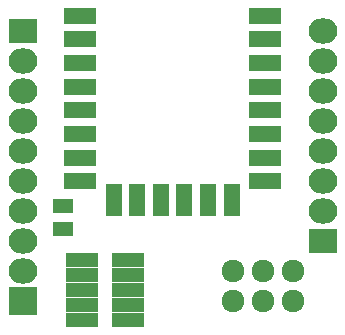
<source format=gts>
G04 #@! TF.FileFunction,Soldermask,Top*
%FSLAX46Y46*%
G04 Gerber Fmt 4.6, Leading zero omitted, Abs format (unit mm)*
G04 Created by KiCad (PCBNEW 4.0.1-stable) date 2/6/2016 5:06:47 PM*
%MOMM*%
G01*
G04 APERTURE LIST*
%ADD10C,0.100000*%
%ADD11R,2.800000X1.400000*%
%ADD12R,1.400000X2.800000*%
%ADD13R,2.432000X2.127200*%
%ADD14O,2.432000X2.127200*%
%ADD15R,1.797000X1.289000*%
%ADD16R,2.800000X1.160000*%
%ADD17C,1.924000*%
%ADD18R,2.432000X2.432000*%
G04 APERTURE END LIST*
D10*
D11*
X151310000Y-90180000D03*
X151310000Y-92180000D03*
X151310000Y-94180000D03*
X151310000Y-96180000D03*
X151310000Y-98180000D03*
X151310000Y-100180000D03*
X151310000Y-102180000D03*
X151310000Y-104180000D03*
D12*
X138510000Y-105780000D03*
X140510000Y-105780000D03*
X142510000Y-105780000D03*
X144510000Y-105780000D03*
X146510000Y-105780000D03*
X148510000Y-105780000D03*
D11*
X135710000Y-90180000D03*
X135710000Y-92180000D03*
X135710000Y-94180000D03*
X135710000Y-96180000D03*
X135710000Y-98180000D03*
X135710000Y-100180000D03*
X135710000Y-102180000D03*
X135710000Y-104180000D03*
D13*
X130810000Y-91440000D03*
D14*
X130810000Y-93980000D03*
X130810000Y-96520000D03*
X130810000Y-99060000D03*
X130810000Y-101600000D03*
X130810000Y-104140000D03*
X130810000Y-106680000D03*
X130810000Y-109220000D03*
D13*
X156210000Y-109220000D03*
D14*
X156210000Y-106680000D03*
X156210000Y-104140000D03*
X156210000Y-101600000D03*
X156210000Y-99060000D03*
X156210000Y-96520000D03*
X156210000Y-93980000D03*
X156210000Y-91440000D03*
D15*
X134250000Y-106297500D03*
X134250000Y-108202500D03*
D16*
X139745000Y-115951000D03*
X135845000Y-115951000D03*
X139745000Y-114681000D03*
X135845000Y-114681000D03*
X135845000Y-110871000D03*
X139745000Y-110871000D03*
X135845000Y-112141000D03*
X139745000Y-112141000D03*
X135845000Y-113411000D03*
X139745000Y-113411000D03*
D17*
X148590000Y-114300000D03*
X148590000Y-111760000D03*
X151130000Y-114300000D03*
X151130000Y-111760000D03*
X153670000Y-114300000D03*
X153670000Y-111760000D03*
D18*
X130810000Y-114300000D03*
D14*
X130810000Y-111760000D03*
M02*

</source>
